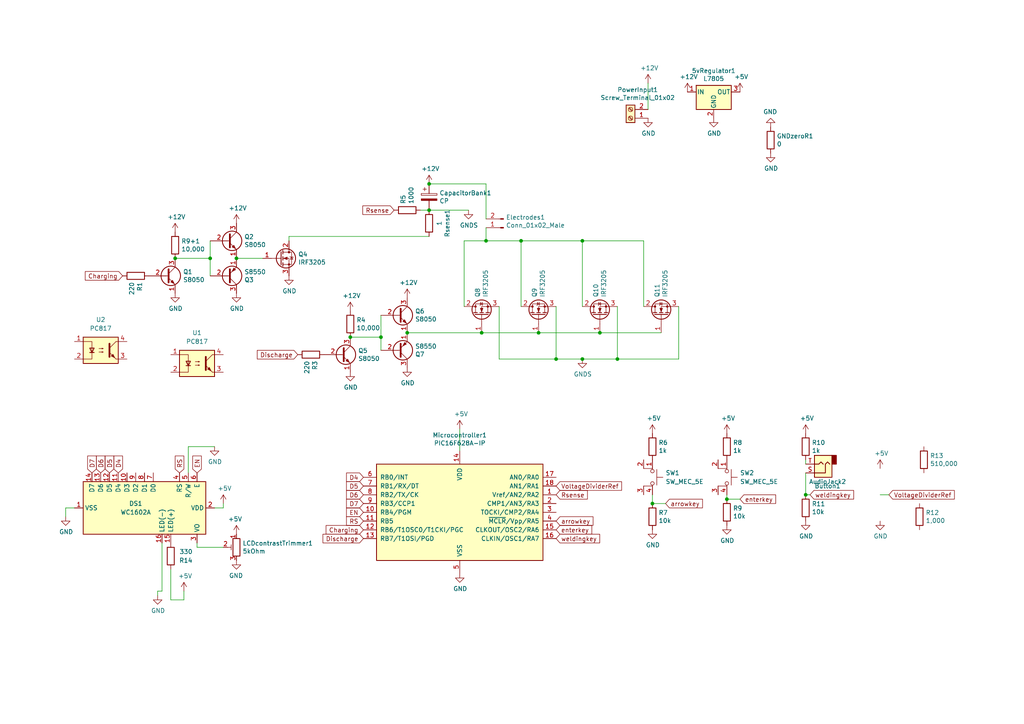
<source format=kicad_sch>
(kicad_sch (version 20230121) (generator eeschema)
  (paper "A4")
  (lib_symbols
    (symbol "Connector:Screw_Terminal_01x02" (pin_names (offset 1.016) hide)
      (property "Reference" "J" (at 0 2.54 0))
      (property "Value" "Screw_Terminal_01x02" (at 0 -5.08 0))
      (symbol "Screw_Terminal_01x02_1_1"
        (rectangle (start -1.27 1.27) (end 1.27 -3.81) (stroke (width 0.254)) (fill (type background)))
        (circle (center 0 -2.54) (radius 0.635) (stroke (width 0.1524)))
        (polyline (pts (xy -0.5334 -2.2098) (xy 0.3302 -3.048)) (stroke (width 0.1524)))
        (polyline (pts (xy -0.5334 0.3302) (xy 0.3302 -0.508)) (stroke (width 0.1524)))
        (polyline (pts (xy -0.3556 -2.032) (xy 0.508 -2.8702)) (stroke (width 0.1524)))
        (polyline (pts (xy -0.3556 0.508) (xy 0.508 -0.3302)) (stroke (width 0.1524)))
        (circle (center 0 0) (radius 0.635) (stroke (width 0.1524)))
        (pin passive line (at -5.08 0 0) (length 3.81) (name "Pin_1") (number "1"))
        (pin passive line (at -5.08 -2.54 0) (length 3.81) (name "Pin_2") (number "2"))
      )
    )
    (symbol "Device:R" (pin_numbers hide) (pin_names (offset 0))
      (property "Reference" "R" (at 2.032 0 90))
      (property "Value" "R" (at 0 0 90))
      (symbol "R_0_1"
        (rectangle (start -1.016 -2.54) (end 1.016 2.54) (stroke (width 0.254)))
      )
      (symbol "R_1_1"
        (pin passive line (at 0 3.81 270) (length 1.27) (name "~") (number "1"))
        (pin passive line (at 0 -3.81 90) (length 1.27) (name "~") (number "2"))
      )
    )
    (symbol "Display_Character:WC1602A"
      (property "Reference" "DS" (at -5.842 19.05 0))
      (property "Value" "WC1602A" (at 5.334 19.05 0))
      (symbol "WC1602A_1_1"
        (rectangle (start -7.62 17.78) (end 7.62 -17.78) (stroke (width 0.254)) (fill (type background)))
        (pin power_in line (at 0 -20.32 90) (length 2.54) (name "VSS") (number "1"))
        (pin input line (at -10.16 -5.08 0) (length 2.54) (name "D3") (number "10"))
        (pin input line (at -10.16 -7.62 0) (length 2.54) (name "D4") (number "11"))
        (pin input line (at -10.16 -10.16 0) (length 2.54) (name "D5") (number "12"))
        (pin input line (at -10.16 -12.7 0) (length 2.54) (name "D6") (number "13"))
        (pin input line (at -10.16 -15.24 0) (length 2.54) (name "D7") (number "14"))
        (pin power_in line (at 10.16 7.62 180) (length 2.54) (name "LED(+)") (number "15"))
        (pin power_in line (at 10.16 5.08 180) (length 2.54) (name "LED(-)") (number "16"))
        (pin power_in line (at 0 20.32 270) (length 2.54) (name "VDD") (number "2"))
        (pin input line (at 10.16 15.24 180) (length 2.54) (name "VO") (number "3"))
        (pin input line (at -10.16 10.16 0) (length 2.54) (name "RS") (number "4"))
        (pin input line (at -10.16 12.7 0) (length 2.54) (name "R/W") (number "5"))
        (pin input line (at -10.16 15.24 0) (length 2.54) (name "E") (number "6"))
        (pin input line (at -10.16 2.54 0) (length 2.54) (name "D0") (number "7"))
        (pin input line (at -10.16 0 0) (length 2.54) (name "D1") (number "8"))
        (pin input line (at -10.16 -2.54 0) (length 2.54) (name "D2") (number "9"))
      )
    )
    (symbol "Isolator:PC817" (pin_names (offset 1.016))
      (property "Reference" "U" (at -5.08 5.08 0))
      (property "Value" "PC817" (at 0 5.08 0))
      (symbol "PC817_0_1"
        (rectangle (start -5.08 3.81) (end 5.08 -3.81) (stroke (width 0.254)) (fill (type background)))
        (polyline (pts (xy -3.175 -0.635) (xy -1.905 -0.635)) (stroke (width 0.254)))
        (polyline (pts (xy 2.54 0.635) (xy 4.445 2.54)))
        (polyline (pts (xy 4.445 -2.54) (xy 2.54 -0.635)) (fill (type outline)))
        (polyline (pts (xy 4.445 -2.54) (xy 5.08 -2.54)))
        (polyline (pts (xy 4.445 2.54) (xy 5.08 2.54)))
        (polyline (pts (xy -5.08 2.54) (xy -2.54 2.54) (xy -2.54 -0.635)))
        (polyline (pts (xy -2.54 -0.635) (xy -2.54 -2.54) (xy -5.08 -2.54)))
        (polyline (pts (xy 2.54 1.905) (xy 2.54 -1.905) (xy 2.54 -1.905)) (stroke (width 0.508)))
        (polyline (pts (xy -2.54 -0.635) (xy -3.175 0.635) (xy -1.905 0.635) (xy -2.54 -0.635)) (stroke (width 0.254)))
        (polyline (pts (xy -0.508 -0.508) (xy 0.762 -0.508) (xy 0.381 -0.635) (xy 0.381 -0.381) (xy 0.762 -0.508)))
        (polyline (pts (xy -0.508 0.508) (xy 0.762 0.508) (xy 0.381 0.381) (xy 0.381 0.635) (xy 0.762 0.508)))
        (polyline (pts (xy 3.048 -1.651) (xy 3.556 -1.143) (xy 4.064 -2.159) (xy 3.048 -1.651) (xy 3.048 -1.651)) (fill (type outline)))
      )
      (symbol "PC817_1_1"
        (pin passive line (at -7.62 2.54 0) (length 2.54) (name "~") (number "1"))
        (pin passive line (at -7.62 -2.54 0) (length 2.54) (name "~") (number "2"))
        (pin passive line (at 7.62 -2.54 180) (length 2.54) (name "~") (number "3"))
        (pin passive line (at 7.62 2.54 180) (length 2.54) (name "~") (number "4"))
      )
    )
    (symbol "MCU_Microchip_PIC16:PIC16F628A-IP" (pin_names (offset 1.016))
      (property "Reference" "U" (at -24.13 17.78 0))
      (property "Value" "PIC16F628A-IP" (at -24.13 15.24 0))
      (symbol "PIC16F628A-IP_0_1"
        (rectangle (start 24.13 13.97) (end -24.13 -13.97) (stroke (width 0.254)) (fill (type background)))
      )
      (symbol "PIC16F628A-IP_1_1"
        (pin bidirectional line (at 27.94 5.08 180) (length 3.81) (name "Vref/AN2/RA2") (number "1"))
        (pin bidirectional line (at -27.94 0 0) (length 3.81) (name "RB4/PGM") (number "10"))
        (pin bidirectional line (at -27.94 -2.54 0) (length 3.81) (name "RB5") (number "11"))
        (pin bidirectional line (at -27.94 -5.08 0) (length 3.81) (name "RB6/T1OSC0/T1CKI/PGC") (number "12"))
        (pin bidirectional line (at -27.94 -7.62 0) (length 3.81) (name "RB7/T1OSI/PGD") (number "13"))
        (pin power_in line (at 0 17.78 270) (length 3.81) (name "VDD") (number "14"))
        (pin bidirectional line (at 27.94 -5.08 180) (length 3.81) (name "CLKOUT/OSC2/RA6") (number "15"))
        (pin bidirectional line (at 27.94 -7.62 180) (length 3.81) (name "CLKIN/OSC1/RA7") (number "16"))
        (pin bidirectional line (at 27.94 10.16 180) (length 3.81) (name "AN0/RA0") (number "17"))
        (pin bidirectional line (at 27.94 7.62 180) (length 3.81) (name "AN1/RA1") (number "18"))
        (pin bidirectional line (at 27.94 2.54 180) (length 3.81) (name "CMP1/AN3/RA3") (number "2"))
        (pin bidirectional line (at 27.94 0 180) (length 3.81) (name "TOCKI/CMP2/RA4") (number "3"))
        (pin input line (at 27.94 -2.54 180) (length 3.81) (name "~{MCLR}/Vpp/RA5") (number "4"))
        (pin power_in line (at 0 -17.78 90) (length 3.81) (name "VSS") (number "5"))
        (pin bidirectional line (at -27.94 10.16 0) (length 3.81) (name "RB0/INT") (number "6"))
        (pin bidirectional line (at -27.94 7.62 0) (length 3.81) (name "RB1/RX/DT") (number "7"))
        (pin bidirectional line (at -27.94 5.08 0) (length 3.81) (name "RB2/TX/CK") (number "8"))
        (pin bidirectional line (at -27.94 2.54 0) (length 3.81) (name "RB3/CCP1") (number "9"))
      )
    )
    (symbol "Regulator_Linear:L7805" (pin_names (offset 0.254))
      (property "Reference" "U" (at -3.81 3.175 0))
      (property "Value" "L7805" (at 0 3.175 0))
      (symbol "L7805_0_1"
        (rectangle (start -5.08 1.905) (end 5.08 -5.08) (stroke (width 0.254)) (fill (type background)))
      )
      (symbol "L7805_1_1"
        (pin power_in line (at -7.62 0 0) (length 2.54) (name "IN") (number "1"))
        (pin power_in line (at 0 -7.62 90) (length 2.54) (name "GND") (number "2"))
        (pin power_out line (at 7.62 0 180) (length 2.54) (name "OUT") (number "3"))
      )
    )
    (symbol "Switch:SW_MEC_5E" (pin_names (offset 1.016) hide)
      (property "Reference" "SW" (at 0.635 5.715 0))
      (property "Value" "SW_MEC_5E" (at 0 -3.175 0))
      (symbol "SW_MEC_5E_0_1"
        (circle (center -1.778 2.54) (radius 0.508))
        (polyline (pts (xy -2.286 3.81) (xy 2.286 3.81)))
        (polyline (pts (xy 0 3.81) (xy 0 5.588)))
        (polyline (pts (xy -2.54 0) (xy -2.54 2.54) (xy -2.286 2.54)))
        (polyline (pts (xy 2.54 0) (xy 2.54 2.54) (xy 2.286 2.54)))
        (circle (center 1.778 2.54) (radius 0.508))
        (pin passive line (at -5.08 2.54 0) (length 2.54) (name "1") (number "1"))
        (pin passive line (at -5.08 0 0) (length 2.54) (name "2") (number "2"))
        (pin passive line (at 5.08 0 180) (length 2.54) (name "K") (number "3"))
        (pin passive line (at 5.08 2.54 180) (length 2.54) (name "A") (number "4"))
      )
    )
    (symbol "Transistor_BJT:S8050" (pin_names (offset 0) hide)
      (property "Reference" "Q" (at 5.08 1.905 0))
      (property "Value" "S8050" (at 5.08 0 0))
      (symbol "S8050_0_1"
        (polyline (pts (xy 0 0) (xy 0.635 0)))
        (polyline (pts (xy 0.635 0.635) (xy 2.54 2.54)))
        (polyline (pts (xy 0.635 -0.635) (xy 2.54 -2.54) (xy 2.54 -2.54)))
        (polyline (pts (xy 0.635 1.905) (xy 0.635 -1.905) (xy 0.635 -1.905)) (stroke (width 0.508)))
        (polyline (pts (xy 1.27 -1.778) (xy 1.778 -1.27) (xy 2.286 -2.286) (xy 1.27 -1.778) (xy 1.27 -1.778)) (fill (type outline)))
        (circle (center 1.27 0) (radius 2.8194) (stroke (width 0.254)))
      )
      (symbol "S8050_1_1"
        (pin passive line (at 2.54 -5.08 90) (length 2.54) (name "E") (number "1"))
        (pin input line (at -5.08 0 0) (length 5.08) (name "B") (number "2"))
        (pin passive line (at 2.54 5.08 270) (length 2.54) (name "C") (number "3"))
      )
    )
    (symbol "Transistor_BJT:S8550" (pin_names (offset 0) hide)
      (property "Reference" "Q" (at 5.08 1.905 0))
      (property "Value" "S8550" (at 5.08 0 0))
      (symbol "S8550_0_1"
        (polyline (pts (xy 0 0) (xy 0.635 0)))
        (polyline (pts (xy 2.54 -2.54) (xy 0.635 -0.635)))
        (polyline (pts (xy 2.54 2.54) (xy 0.635 0.635)))
        (polyline (pts (xy 0.635 1.905) (xy 0.635 -1.905) (xy 0.635 -1.905)) (stroke (width 0.508)) (fill (type outline)))
        (polyline (pts (xy 1.778 -2.286) (xy 2.286 -1.778) (xy 1.27 -1.27) (xy 1.778 -2.286) (xy 1.778 -2.286)) (fill (type outline)))
        (circle (center 1.27 0) (radius 2.8194) (stroke (width 0.254)))
      )
      (symbol "S8550_1_1"
        (pin passive line (at 2.54 -5.08 90) (length 2.54) (name "E") (number "1"))
        (pin input line (at -5.08 0 0) (length 5.08) (name "B") (number "2"))
        (pin passive line (at 2.54 5.08 270) (length 2.54) (name "C") (number "3"))
      )
    )
    (symbol "Transistor_FET:IRF3205" (pin_names hide)
      (property "Reference" "Q" (at 6.35 1.905 0))
      (property "Value" "IRF3205" (at 6.35 0 0))
      (symbol "IRF3205_0_1"
        (polyline (pts (xy 0.254 0) (xy -2.54 0)))
        (polyline (pts (xy 0.254 1.905) (xy 0.254 -1.905)) (stroke (width 0.254)))
        (polyline (pts (xy 0.762 -1.27) (xy 0.762 -2.286)) (stroke (width 0.254)))
        (polyline (pts (xy 0.762 0.508) (xy 0.762 -0.508)) (stroke (width 0.254)))
        (polyline (pts (xy 0.762 2.286) (xy 0.762 1.27)) (stroke (width 0.254)))
        (polyline (pts (xy 2.54 2.54) (xy 2.54 1.778)))
        (polyline (pts (xy 2.54 -2.54) (xy 2.54 0) (xy 0.762 0)))
        (polyline (pts (xy 0.762 -1.778) (xy 3.302 -1.778) (xy 3.302 1.778) (xy 0.762 1.778)))
        (polyline (pts (xy 1.016 0) (xy 2.032 0.381) (xy 2.032 -0.381) (xy 1.016 0)) (fill (type outline)))
        (polyline (pts (xy 2.794 0.508) (xy 2.921 0.381) (xy 3.683 0.381) (xy 3.81 0.254)))
        (polyline (pts (xy 3.302 0.381) (xy 2.921 -0.254) (xy 3.683 -0.254) (xy 3.302 0.381)))
        (circle (center 1.651 0) (radius 2.794) (stroke (width 0.254)))
        (circle (center 2.54 -1.778) (radius 0.254) (fill (type outline)))
        (circle (center 2.54 1.778) (radius 0.254) (fill (type outline)))
      )
      (symbol "IRF3205_1_1"
        (pin input line (at -5.08 0 0) (length 2.54) (name "G") (number "1"))
        (pin passive line (at 2.54 5.08 270) (length 2.54) (name "D") (number "2"))
        (pin passive line (at 2.54 -5.08 90) (length 2.54) (name "S") (number "3"))
      )
    )
    (symbol "circuit-rescue:AudioJack2-Connector"
      (property "Reference" "J" (at 0 8.89 0))
      (property "Value" "Connector_AudioJack2" (at 0 6.35 0))
      (symbol "AudioJack2-Connector_0_1"
        (rectangle (start -3.81 0) (end -2.54 -2.54) (stroke (width 0.254)) (fill (type outline)))
        (rectangle (start -2.54 3.81) (end 2.54 -2.54) (stroke (width 0.254)) (fill (type background)))
        (polyline (pts (xy 0 0) (xy 0.635 -0.635) (xy 1.27 0) (xy 2.54 0)) (stroke (width 0.254)))
        (polyline (pts (xy 2.54 2.54) (xy -0.635 2.54) (xy -0.635 0) (xy -1.27 -0.635) (xy -1.905 0)) (stroke (width 0.254)))
      )
      (symbol "AudioJack2-Connector_1_1"
        (pin passive line (at 5.08 2.54 180) (length 2.54) (name "~") (number "S"))
        (pin passive line (at 5.08 0 180) (length 2.54) (name "~") (number "T"))
      )
    )
    (symbol "circuit-rescue:CP-Device" (pin_numbers hide) (pin_names (offset 0.254))
      (property "Reference" "C" (at 0.635 2.54 0))
      (property "Value" "Device_CP" (at 0.635 -2.54 0))
      (symbol "CP-Device_0_1"
        (rectangle (start -2.286 0.508) (end 2.286 1.016))
        (polyline (pts (xy -1.778 2.286) (xy -0.762 2.286)))
        (polyline (pts (xy -1.27 2.794) (xy -1.27 1.778)))
        (rectangle (start 2.286 -0.508) (end -2.286 -1.016) (fill (type outline)))
      )
      (symbol "CP-Device_1_1"
        (pin passive line (at 0 3.81 270) (length 2.794) (name "~") (number "1"))
        (pin passive line (at 0 -3.81 90) (length 2.794) (name "~") (number "2"))
      )
    )
    (symbol "circuit-rescue:Conn_01x02_Male-Connector" (pin_names (offset 1.016) hide)
      (property "Reference" "J" (at 0 2.54 0))
      (property "Value" "Connector_Conn_01x02_Male" (at 0 -5.08 0))
      (symbol "Conn_01x02_Male-Connector_1_1"
        (polyline (pts (xy 1.27 -2.54) (xy 0.8636 -2.54)) (stroke (width 0.1524)))
        (polyline (pts (xy 1.27 0) (xy 0.8636 0)) (stroke (width 0.1524)))
        (rectangle (start 0.8636 -2.413) (end 0 -2.667) (stroke (width 0.1524)) (fill (type outline)))
        (rectangle (start 0.8636 0.127) (end 0 -0.127) (stroke (width 0.1524)) (fill (type outline)))
        (pin passive line (at 5.08 0 180) (length 3.81) (name "Pin_1") (number "1"))
        (pin passive line (at 5.08 -2.54 180) (length 3.81) (name "Pin_2") (number "2"))
      )
    )
    (symbol "circuit-rescue:R_POT_TRIM-Device" (pin_names (offset 1.016) hide)
      (property "Reference" "RV" (at -4.445 0 90))
      (property "Value" "Device_R_POT_TRIM" (at -2.54 0 90))
      (symbol "R_POT_TRIM-Device_0_1"
        (polyline (pts (xy 1.524 0.762) (xy 1.524 -0.762)))
        (polyline (pts (xy 2.54 0) (xy 1.524 0)))
        (rectangle (start 1.016 2.54) (end -1.016 -2.54) (stroke (width 0.254)))
      )
      (symbol "R_POT_TRIM-Device_1_1"
        (pin passive line (at 0 3.81 270) (length 1.27) (name "1") (number "1"))
        (pin passive line (at 3.81 0 180) (length 1.27) (name "2") (number "2"))
        (pin passive line (at 0 -3.81 90) (length 1.27) (name "3") (number "3"))
      )
    )
    (symbol "power:+12V" (power) (pin_names (offset 0))
      (property "Value" "+12V" (at 0 3.556 0))
      (symbol "+12V_0_1"
        (polyline (pts (xy -0.762 1.27) (xy 0 2.54)))
        (polyline (pts (xy 0 0) (xy 0 2.54)))
        (polyline (pts (xy 0 2.54) (xy 0.762 1.27)))
      )
      (symbol "+12V_1_1"
        (pin power_in line (at 0 0 90) (length 0) hide (name "+12V") (number "1"))
      )
    )
    (symbol "power:+5V" (power) (pin_names (offset 0))
      (property "Value" "+5V" (at 0 3.556 0))
      (symbol "+5V_0_1"
        (polyline (pts (xy -0.762 1.27) (xy 0 2.54)))
        (polyline (pts (xy 0 0) (xy 0 2.54)))
        (polyline (pts (xy 0 2.54) (xy 0.762 1.27)))
      )
      (symbol "+5V_1_1"
        (pin power_in line (at 0 0 90) (length 0) hide (name "+5V") (number "1"))
      )
    )
    (symbol "power:GND" (power) (pin_names (offset 0))
      (property "Value" "GND" (at 0 -3.81 0))
      (symbol "GND_0_1"
        (polyline (pts (xy 0 0) (xy 0 -1.27) (xy 1.27 -1.27) (xy 0 -2.54) (xy -1.27 -1.27) (xy 0 -1.27)))
      )
      (symbol "GND_1_1"
        (pin power_in line (at 0 0 270) (length 0) hide (name "GND") (number "1"))
      )
    )
    (symbol "power:GNDS" (power) (pin_names (offset 0))
      (property "Value" "GNDS" (at 0 -3.81 0))
      (symbol "GNDS_0_1"
        (polyline (pts (xy 0 0) (xy 0 -1.27) (xy 1.27 -1.27) (xy 0 -2.54) (xy -1.27 -1.27) (xy 0 -1.27)))
      )
      (symbol "GNDS_1_1"
        (pin power_in line (at 0 0 270) (length 0) hide (name "GNDS") (number "1"))
      )
    )
  )
  (junction (at 151.13 69.85))
  (junction (at 139.7 96.52))
  (junction (at 233.68 143.51))
  (junction (at 168.91 69.85))
  (junction (at 173.99 96.52))
  (junction (at 168.91 104.14))
  (junction (at 50.8 74.93))
  (junction (at 124.46 60.96))
  (junction (at 101.6 97.79))
  (junction (at 189.23 146.05))
  (junction (at 156.21 96.52))
  (junction (at 210.82 144.78))
  (junction (at 60.96 74.93))
  (junction (at 161.29 104.14))
  (junction (at 124.46 53.34))
  (junction (at 140.97 69.85))
  (junction (at 68.58 74.93))
  (junction (at 110.49 97.79))
  (junction (at 118.11 96.52))
  (junction (at 179.07 104.14))
  (wire (pts (xy 144.78 88.9) (xy 144.78 104.14)))
  (wire (pts (xy 110.49 97.79) (xy 101.6 97.79)))
  (wire (pts (xy 133.35 124.46) (xy 133.35 130.81)))
  (wire (pts (xy 60.96 74.93) (xy 60.96 80.01)))
  (wire (pts (xy 121.92 60.96) (xy 124.46 60.96)))
  (wire (pts (xy 233.68 137.16) (xy 233.68 143.51)))
  (wire (pts (xy 19.05 149.86) (xy 19.05 147.32)))
  (wire (pts (xy 53.34 173.99) (xy 53.34 171.45)))
  (wire (pts (xy 110.49 97.79) (xy 110.49 101.6)))
  (wire (pts (xy 193.04 146.05) (xy 189.23 146.05)))
  (wire (pts (xy 189.23 143.51) (xy 189.23 146.05)))
  (wire (pts (xy 151.13 69.85) (xy 168.91 69.85)))
  (wire (pts (xy 50.8 74.93) (xy 60.96 74.93)))
  (wire (pts (xy 118.11 96.52) (xy 139.7 96.52)))
  (wire (pts (xy 76.2 74.93) (xy 68.58 74.93)))
  (wire (pts (xy 140.97 69.85) (xy 151.13 69.85)))
  (wire (pts (xy 134.62 69.85) (xy 140.97 69.85)))
  (wire (pts (xy 19.05 147.32) (xy 21.59 147.32)))
  (wire (pts (xy 196.85 104.14) (xy 179.07 104.14)))
  (wire (pts (xy 45.72 172.72) (xy 45.72 171.45)))
  (wire (pts (xy 234.95 143.51) (xy 233.68 143.51)))
  (wire (pts (xy 144.78 104.14) (xy 161.29 104.14)))
  (wire (pts (xy 49.53 165.1) (xy 49.53 173.99)))
  (wire (pts (xy 124.46 68.58) (xy 83.82 68.58)))
  (wire (pts (xy 124.46 60.96) (xy 135.89 60.96)))
  (wire (pts (xy 60.96 69.85) (xy 60.96 74.93)))
  (wire (pts (xy 161.29 88.9) (xy 161.29 104.14)))
  (wire (pts (xy 214.63 144.78) (xy 210.82 144.78)))
  (wire (pts (xy 179.07 88.9) (xy 179.07 104.14)))
  (wire (pts (xy 49.53 173.99) (xy 53.34 173.99)))
  (wire (pts (xy 161.29 104.14) (xy 168.91 104.14)))
  (wire (pts (xy 64.77 147.32) (xy 62.23 147.32)))
  (wire (pts (xy 110.49 91.44) (xy 110.49 97.79)))
  (wire (pts (xy 45.72 171.45) (xy 46.99 171.45)))
  (wire (pts (xy 124.46 53.34) (xy 140.97 53.34)))
  (wire (pts (xy 210.82 143.51) (xy 210.82 144.78)))
  (wire (pts (xy 134.62 88.9) (xy 134.62 69.85)))
  (wire (pts (xy 57.15 158.75) (xy 57.15 157.48)))
  (wire (pts (xy 46.99 157.48) (xy 46.99 171.45)))
  (wire (pts (xy 156.21 96.52) (xy 173.99 96.52)))
  (wire (pts (xy 140.97 53.34) (xy 140.97 63.5)))
  (wire (pts (xy 173.99 96.52) (xy 191.77 96.52)))
  (wire (pts (xy 64.77 146.05) (xy 64.77 147.32)))
  (wire (pts (xy 139.7 96.52) (xy 156.21 96.52)))
  (wire (pts (xy 179.07 104.14) (xy 168.91 104.14)))
  (wire (pts (xy 186.69 88.9) (xy 186.69 69.85)))
  (wire (pts (xy 140.97 69.85) (xy 140.97 66.04)))
  (wire (pts (xy 168.91 88.9) (xy 168.91 69.85)))
  (wire (pts (xy 168.91 69.85) (xy 186.69 69.85)))
  (wire (pts (xy 233.68 133.35) (xy 233.68 134.62)))
  (wire (pts (xy 196.85 88.9) (xy 196.85 104.14)))
  (wire (pts (xy 83.82 68.58) (xy 83.82 69.85)))
  (wire (pts (xy 187.96 24.13) (xy 187.96 31.75)))
  (wire (pts (xy 54.61 129.54) (xy 62.23 129.54)))
  (wire (pts (xy 151.13 88.9) (xy 151.13 69.85)))
  (wire (pts (xy 54.61 137.16) (xy 54.61 129.54)))
  (wire (pts (xy 64.77 158.75) (xy 57.15 158.75)))
  (wire (pts (xy 257.81 143.51) (xy 255.27 143.51)))
  (global_label "Discharge" (shape input) (at 86.36 102.87 180) (property "Intersheetrefs" "${INTERSHEET_REFS}" (effects hide)))
  (global_label "weldingkey" (shape input) (at 161.29 156.21 0) (property "Intersheetrefs" "${INTERSHEET_REFS}" (effects hide)))
  (global_label "D5" (shape input) (at 105.41 140.97 180) (property "Intersheetrefs" "${INTERSHEET_REFS}" (effects hide)))
  (global_label "weldingkey" (shape input) (at 234.95 143.51 0) (property "Intersheetrefs" "${INTERSHEET_REFS}" (effects hide)))
  (global_label "D6" (shape input) (at 105.41 143.51 180) (property "Intersheetrefs" "${INTERSHEET_REFS}" (effects hide)))
  (global_label "D7" (shape input) (at 105.41 146.05 180) (property "Intersheetrefs" "${INTERSHEET_REFS}" (effects hide)))
  (global_label "VoltageDividerRef" (shape input) (at 257.81 143.51 0) (property "Intersheetrefs" "${INTERSHEET_REFS}" (effects hide)))
  (global_label "D4" (shape input) (at 34.29 137.16 90) (property "Intersheetrefs" "${INTERSHEET_REFS}" (effects hide)))
  (global_label "Charging" (shape input) (at 35.56 80.01 180) (property "Intersheetrefs" "${INTERSHEET_REFS}" (effects hide)))
  (global_label "D7" (shape input) (at 26.67 137.16 90) (property "Intersheetrefs" "${INTERSHEET_REFS}" (effects hide)))
  (global_label "D4" (shape input) (at 105.41 138.43 180) (property "Intersheetrefs" "${INTERSHEET_REFS}" (effects hide)))
  (global_label "arrowkey" (shape input) (at 161.29 151.13 0) (property "Intersheetrefs" "${INTERSHEET_REFS}" (effects hide)))
  (global_label "EN" (shape input) (at 57.15 137.16 90) (property "Intersheetrefs" "${INTERSHEET_REFS}" (effects hide)))
  (global_label "Discharge" (shape input) (at 105.41 156.21 180) (property "Intersheetrefs" "${INTERSHEET_REFS}" (effects hide)))
  (global_label "RS" (shape input) (at 52.07 137.16 90) (property "Intersheetrefs" "${INTERSHEET_REFS}" (effects hide)))
  (global_label "enterkey" (shape input) (at 214.63 144.78 0) (property "Intersheetrefs" "${INTERSHEET_REFS}" (effects hide)))
  (global_label "Charging" (shape input) (at 105.41 153.67 180) (property "Intersheetrefs" "${INTERSHEET_REFS}" (effects hide)))
  (global_label "arrowkey" (shape input) (at 193.04 146.05 0) (property "Intersheetrefs" "${INTERSHEET_REFS}" (effects hide)))
  (global_label "RS" (shape input) (at 105.41 151.13 180) (property "Intersheetrefs" "${INTERSHEET_REFS}" (effects hide)))
  (global_label "EN" (shape input) (at 105.41 148.59 180) (property "Intersheetrefs" "${INTERSHEET_REFS}" (effects hide)))
  (global_label "enterkey" (shape input) (at 161.29 153.67 0) (property "Intersheetrefs" "${INTERSHEET_REFS}" (effects hide)))
  (global_label "D5" (shape input) (at 31.75 137.16 90) (property "Intersheetrefs" "${INTERSHEET_REFS}" (effects hide)))
  (global_label "Rsense" (shape input) (at 114.3 60.96 180) (property "Intersheetrefs" "${INTERSHEET_REFS}" (effects hide)))
  (global_label "D6" (shape input) (at 29.21 137.16 90) (property "Intersheetrefs" "${INTERSHEET_REFS}" (effects hide)))
  (global_label "Rsense" (shape input) (at 161.29 143.51 0) (property "Intersheetrefs" "${INTERSHEET_REFS}" (effects hide)))
  (global_label "VoltageDividerRef" (shape input) (at 161.29 140.97 0) (property "Intersheetrefs" "${INTERSHEET_REFS}" (effects hide)))
  (symbol (lib_id "power:GND") (at 255.27 151.13 0) (unit 1)
    (property "Reference" "#PWR036" (effects hide))
    (property "Value" "GND" (at 255.397 155.5242 0))
  )
  (symbol (lib_id "Connector:Screw_Terminal_01x02") (at 182.88 34.29 180) (unit 1)
    (property "Reference" "PowerInput1" (at 184.9628 26.035 0))
    (property "Value" "Screw_Terminal_01x02" (at 184.9628 28.3464 0))
    (property "Footprint" "TerminalBlock:TerminalBlock_bornier-2_P5.08mm" (effects hide))
  )
  (symbol (lib_id "power:+5V") (at 68.58 154.94 0) (mirror y) (unit 1)
    (property "Reference" "#PWR01" (effects hide))
    (property "Value" "+5V" (at 68.199 150.5458 0))
  )
  (symbol (lib_id "Transistor_FET:IRF3205") (at 156.21 91.44 90) (unit 1)
    (property "Reference" "Q9" (at 155.0416 86.233 0) (effects (justify left)))
    (property "Value" "IRF3205" (at 157.353 86.233 0) (effects (justify left)))
    (property "Footprint" "Package_TO_SOT_THT:TO-220-3_Vertical" (effects hide))
    (property "Datasheet" "http://www.irf.com/product-info/datasheets/data/irf3205.pdf" (effects hide))
  )
  (symbol (lib_id "power:+12V") (at 68.58 64.77 0) (unit 1)
    (property "Reference" "#PWR08" (effects hide))
    (property "Value" "+12V" (at 68.961 60.3758 0))
  )
  (symbol (lib_id "power:+5V") (at 233.68 125.73 0) (unit 1)
    (property "Reference" "#PWR033" (effects hide))
    (property "Value" "+5V" (at 234.061 121.3358 0))
  )
  (symbol (lib_id "Device:R") (at 223.52 40.64 0) (unit 1)
    (property "Reference" "GNDzeroR1" (at 225.298 39.4716 0) (effects (justify left)))
    (property "Value" "0" (at 225.298 41.783 0) (effects (justify left)))
    (property "Footprint" "Resistor_THT:R_Axial_DIN0207_L6.3mm_D2.5mm_P7.62mm_Horizontal" (effects hide))
  )
  (symbol (lib_id "Transistor_FET:IRF3205") (at 173.99 91.44 90) (unit 1)
    (property "Reference" "Q10" (at 172.8216 86.233 0) (effects (justify left)))
    (property "Value" "IRF3205" (at 175.133 86.233 0) (effects (justify left)))
    (property "Footprint" "Package_TO_SOT_THT:TO-220-3_Vertical" (effects hide))
    (property "Datasheet" "http://www.irf.com/product-info/datasheets/data/irf3205.pdf" (effects hide))
  )
  (symbol (lib_id "Device:R") (at 101.6 93.98 0) (unit 1)
    (property "Reference" "R4" (at 103.378 92.8116 0) (effects (justify left)))
    (property "Value" "10,000" (at 103.378 95.123 0) (effects (justify left)))
    (property "Footprint" "Resistor_THT:R_Axial_DIN0207_L6.3mm_D2.5mm_P7.62mm_Horizontal" (effects hide))
  )
  (symbol (lib_id "Regulator_Linear:L7805") (at 207.01 26.67 0) (unit 1)
    (property "Reference" "5vRegulator1" (at 207.01 20.5232 0))
    (property "Value" "L7805" (at 207.01 22.8346 0))
    (property "Footprint" "Package_TO_SOT_THT:TO-220-3_Vertical" (effects hide))
    (property "Datasheet" "http://www.st.com/content/ccc/resource/technical/document/datasheet/41/4f/b3/b0/12/d4/47/88/CD00000444.pdf/files/CD00000444.pdf/jcr:content/translations/en.CD00000444.pdf" (effects hide))
  )
  (symbol (lib_id "power:+12V") (at 118.11 86.36 0) (unit 1)
    (property "Reference" "#PWR015" (effects hide))
    (property "Value" "+12V" (at 118.491 81.9658 0))
  )
  (symbol (lib_id "Device:R") (at 210.82 129.54 0) (unit 1)
    (property "Reference" "R8" (at 212.598 128.3716 0) (effects (justify left)))
    (property "Value" "1k" (at 212.598 130.683 0) (effects (justify left)))
    (property "Footprint" "Resistor_THT:R_Axial_DIN0207_L6.3mm_D2.5mm_P7.62mm_Horizontal" (effects hide))
  )
  (symbol (lib_id "Device:R") (at 50.8 71.12 0) (unit 1)
    (property "Reference" "R9+1" (at 52.578 69.9516 0) (effects (justify left)))
    (property "Value" "10,000" (at 52.578 72.263 0) (effects (justify left)))
    (property "Footprint" "Resistor_THT:R_Axial_DIN0207_L6.3mm_D2.5mm_P7.62mm_Horizontal" (effects hide))
  )
  (symbol (lib_id "power:GND") (at 223.52 36.83 180) (unit 1)
    (property "Reference" "#PWR031" (effects hide))
    (property "Value" "GND" (at 223.393 32.4358 0))
  )
  (symbol (lib_id "Display_Character:WC1602A") (at 41.91 147.32 270) (unit 1)
    (property "Reference" "DS1" (at 39.37 146.05 90))
    (property "Value" "WC1602A" (at 39.37 148.59 90))
    (property "Footprint" "Display:WC1602A" (effects hide))
    (property "Datasheet" "http://www.wincomlcd.com/pdf/WC1602A-SFYLYHTC06.pdf" (effects hide))
  )
  (symbol (lib_id "Device:R") (at 267.97 133.35 0) (unit 1)
    (property "Reference" "R13" (at 269.748 132.1816 0) (effects (justify left)))
    (property "Value" "510,000" (at 269.748 134.493 0) (effects (justify left)))
    (property "Footprint" "Resistor_THT:R_Axial_DIN0207_L6.3mm_D2.5mm_P7.62mm_Horizontal" (effects hide))
  )
  (symbol (lib_id "Device:R") (at 233.68 147.32 0) (unit 1)
    (property "Reference" "R11" (at 235.458 146.1516 0) (effects (justify left)))
    (property "Value" "10k" (at 235.458 148.463 0) (effects (justify left)))
    (property "Footprint" "Resistor_THT:R_Axial_DIN0207_L6.3mm_D2.5mm_P7.62mm_Horizontal" (effects hide))
  )
  (symbol (lib_id "Transistor_BJT:S8050") (at 66.04 69.85 0) (unit 1)
    (property "Reference" "Q2" (at 70.866 68.6816 0) (effects (justify left)))
    (property "Value" "S8050" (at 70.866 70.993 0) (effects (justify left)))
    (property "Footprint" "Package_TO_SOT_THT:TO-92_Inline" (effects hide))
    (property "Datasheet" "http://www.unisonic.com.tw/datasheet/S8050.pdf" (effects hide))
  )
  (symbol (lib_id "Isolator:PC817") (at 57.15 105.41 0) (unit 1)
    (property "Reference" "U1" (at 57.15 96.52 0))
    (property "Value" "PC817" (at 57.15 99.06 0))
    (property "Footprint" "Package_DIP:DIP-4_W7.62mm" (effects hide))
    (property "Datasheet" "http://www.soselectronic.cz/a_info/resource/d/pc817.pdf" (effects hide))
  )
  (symbol (lib_id "power:GND") (at 68.58 162.56 0) (mirror y) (unit 1)
    (property "Reference" "#PWR02" (effects hide))
    (property "Value" "GND" (at 68.453 166.9542 0))
  )
  (symbol (lib_id "Device:R") (at 49.53 161.29 180) (unit 1)
    (property "Reference" "R14" (at 55.88 162.56 0) (effects (justify left)))
    (property "Value" "330" (at 55.88 160.02 0) (effects (justify left)))
    (property "Footprint" "Resistor_THT:R_Axial_DIN0207_L6.3mm_D2.5mm_P7.62mm_Horizontal" (effects hide))
  )
  (symbol (lib_id "Device:R") (at 266.7 149.86 0) (unit 1)
    (property "Reference" "R12" (at 268.478 148.6916 0) (effects (justify left)))
    (property "Value" "1,000" (at 268.478 151.003 0) (effects (justify left)))
    (property "Footprint" "Resistor_THT:R_Axial_DIN0207_L6.3mm_D2.5mm_P7.62mm_Horizontal" (effects hide))
  )
  (symbol (lib_id "Device:R") (at 39.37 80.01 270) (unit 1)
    (property "Reference" "R1" (at 40.5384 81.788 0) (effects (justify left)))
    (property "Value" "220" (at 38.227 81.788 0) (effects (justify left)))
    (property "Footprint" "Resistor_THT:R_Axial_DIN0207_L6.3mm_D2.5mm_P7.62mm_Horizontal" (effects hide))
  )
  (symbol (lib_id "power:+5V") (at 255.27 135.89 0) (unit 1)
    (property "Reference" "#PWR035" (effects hide))
    (property "Value" "+5V" (at 255.651 131.4958 0))
  )
  (symbol (lib_id "Switch:SW_MEC_5E") (at 186.69 138.43 270) (unit 1)
    (property "Reference" "SW1" (at 193.04 137.16 90) (effects (justify left)))
    (property "Value" "SW_MEC_5E" (at 193.04 139.7 90) (effects (justify left)))
    (property "Footprint" "Button_Switch_THT:SW_PUSH-12mm" (effects hide))
    (property "Datasheet" "http://www.apem.com/int/index.php?controller=attachment&id_attachment=1371" (effects hide))
  )
  (symbol (lib_id "Device:R") (at 189.23 149.86 0) (unit 1)
    (property "Reference" "R7" (at 191.008 148.6916 0) (effects (justify left)))
    (property "Value" "10k" (at 191.008 151.003 0) (effects (justify left)))
    (property "Footprint" "Resistor_THT:R_Axial_DIN0207_L6.3mm_D2.5mm_P7.62mm_Horizontal" (effects hide))
  )
  (symbol (lib_id "power:GND") (at 101.6 107.95 0) (unit 1)
    (property "Reference" "#PWR014" (effects hide))
    (property "Value" "GND" (at 101.727 112.3442 0))
  )
  (symbol (lib_id "Transistor_BJT:S8050") (at 99.06 102.87 0) (unit 1)
    (property "Reference" "Q5" (at 103.886 101.7016 0) (effects (justify left)))
    (property "Value" "S8050" (at 103.886 104.013 0) (effects (justify left)))
    (property "Footprint" "Package_TO_SOT_THT:TO-92_Inline" (effects hide))
    (property "Datasheet" "http://www.unisonic.com.tw/datasheet/S8050.pdf" (effects hide))
  )
  (symbol (lib_id "circuit-rescue:R_POT_TRIM-Device") (at 68.58 158.75 0) (mirror y) (unit 1)
    (property "Reference" "LCDcontrastTrimmer1" (at 70.358 157.5816 0) (effects (justify right)))
    (property "Value" "5kOhm" (at 70.358 159.893 0) (effects (justify right)))
    (property "Footprint" "trimmer:trimmerEVND8A" (effects hide))
  )
  (symbol (lib_id "Transistor_BJT:S8050") (at 115.57 91.44 0) (unit 1)
    (property "Reference" "Q6" (at 120.396 90.2716 0) (effects (justify left)))
    (property "Value" "S8050" (at 120.396 92.583 0) (effects (justify left)))
    (property "Footprint" "Package_TO_SOT_THT:TO-92_Inline" (effects hide))
    (property "Datasheet" "http://www.unisonic.com.tw/datasheet/S8050.pdf" (effects hide))
  )
  (symbol (lib_id "power:GND") (at 83.82 80.01 0) (unit 1)
    (property "Reference" "#PWR012" (effects hide))
    (property "Value" "GND" (at 83.947 84.4042 0))
  )
  (symbol (lib_id "Device:R") (at 118.11 60.96 90) (unit 1)
    (property "Reference" "R5" (at 116.9416 59.182 0) (effects (justify left)))
    (property "Value" "1000" (at 119.253 59.182 0) (effects (justify left)))
    (property "Footprint" "Resistor_THT:R_Axial_DIN0207_L6.3mm_D2.5mm_P7.62mm_Horizontal" (effects hide))
  )
  (symbol (lib_id "power:GND") (at 189.23 153.67 0) (unit 1)
    (property "Reference" "#PWR025" (effects hide))
    (property "Value" "GND" (at 189.357 158.0642 0))
  )
  (symbol (lib_id "power:+12V") (at 187.96 24.13 0) (unit 1)
    (property "Reference" "#PWR022" (effects hide))
    (property "Value" "+12V" (at 188.341 19.7358 0))
  )
  (symbol (lib_id "Device:R") (at 189.23 129.54 0) (unit 1)
    (property "Reference" "R6" (at 191.008 128.3716 0) (effects (justify left)))
    (property "Value" "1k" (at 191.008 130.683 0) (effects (justify left)))
    (property "Footprint" "Resistor_THT:R_Axial_DIN0207_L6.3mm_D2.5mm_P7.62mm_Horizontal" (effects hide))
  )
  (symbol (lib_id "Device:R") (at 90.17 102.87 270) (unit 1)
    (property "Reference" "R3" (at 91.3384 104.648 0) (effects (justify left)))
    (property "Value" "220" (at 89.027 104.648 0) (effects (justify left)))
    (property "Footprint" "Resistor_THT:R_Axial_DIN0207_L6.3mm_D2.5mm_P7.62mm_Horizontal" (effects hide))
  )
  (symbol (lib_id "circuit-rescue:Conn_01x02_Male-Connector") (at 146.05 66.04 180) (unit 1)
    (property "Reference" "Electrodes1" (at 146.7612 63.0428 0) (effects (justify right)))
    (property "Value" "Conn_01x02_Male" (at 146.7612 65.3542 0) (effects (justify right)))
    (property "Footprint" "TerminalBlock:TerminalBlock_bornier-2_P5.08mm" (effects hide))
  )
  (symbol (lib_id "circuit-rescue:CP-Device") (at 124.46 57.15 0) (unit 1)
    (property "Reference" "CapacitorBank1" (at 127.4572 55.9816 0) (effects (justify left)))
    (property "Value" "CP" (at 127.4572 58.293 0) (effects (justify left)))
    (property "Footprint" "TerminalBlock:TerminalBlock_bornier-2_P5.08mm" (effects hide))
  )
  (symbol (lib_id "Transistor_BJT:S8050") (at 48.26 80.01 0) (unit 1)
    (property "Reference" "Q1" (at 53.086 78.8416 0) (effects (justify left)))
    (property "Value" "S8050" (at 53.086 81.153 0) (effects (justify left)))
    (property "Footprint" "Package_TO_SOT_THT:TO-92_Inline" (effects hide))
    (property "Datasheet" "http://www.unisonic.com.tw/datasheet/S8050.pdf" (effects hide))
  )
  (symbol (lib_id "power:+12V") (at 101.6 90.17 0) (unit 1)
    (property "Reference" "#PWR013" (effects hide))
    (property "Value" "+12V" (at 101.981 85.7758 0))
  )
  (symbol (lib_id "power:+5V") (at 189.23 125.73 0) (unit 1)
    (property "Reference" "#PWR024" (effects hide))
    (property "Value" "+5V" (at 189.611 121.3358 0))
  )
  (symbol (lib_id "power:GND") (at 187.96 34.29 0) (unit 1)
    (property "Reference" "#PWR023" (effects hide))
    (property "Value" "GND" (at 188.087 38.6842 0))
  )
  (symbol (lib_id "circuit-rescue:AudioJack2-Connector") (at 238.76 134.62 180) (unit 1)
    (property "Reference" "Button1" (at 240.03 140.97 0))
    (property "Value" "AudioJack2" (at 240.03 139.7 0))
    (property "Footprint" "Connector_Audio:Jack_3.5mm_CUI_SJ-3523-SMT_Horizontal" (effects hide))
  )
  (symbol (lib_id "Isolator:PC817") (at 29.21 101.6 0) (unit 1)
    (property "Reference" "U2" (at 29.21 92.71 0))
    (property "Value" "PC817" (at 29.21 95.25 0))
    (property "Footprint" "Package_DIP:DIP-4_W7.62mm" (effects hide))
    (property "Datasheet" "http://www.soselectronic.cz/a_info/resource/d/pc817.pdf" (effects hide))
  )
  (symbol (lib_id "Device:R") (at 124.46 64.77 180) (unit 1)
    (property "Reference" "Rsense1" (at 129.7178 64.77 90))
    (property "Value" "1" (at 127.4064 64.77 90))
    (property "Footprint" "Resistor_THT:R_Axial_Power_L25.0mm_W9.0mm_P27.94mm" (effects hide))
  )
  (symbol (lib_id "Device:R") (at 210.82 148.59 0) (unit 1)
    (property "Reference" "R9" (at 212.598 147.4216 0) (effects (justify left)))
    (property "Value" "10k" (at 212.598 149.733 0) (effects (justify left)))
    (property "Footprint" "Resistor_THT:R_Axial_DIN0207_L6.3mm_D2.5mm_P7.62mm_Horizontal" (effects hide))
  )
  (symbol (lib_id "power:+12V") (at 50.8 67.31 0) (unit 1)
    (property "Reference" "#PWR05" (effects hide))
    (property "Value" "+12V" (at 51.181 62.9158 0))
  )
  (symbol (lib_id "power:GND") (at 207.01 34.29 0) (unit 1)
    (property "Reference" "#PWR027" (effects hide))
    (property "Value" "GND" (at 207.137 38.6842 0))
  )
  (symbol (lib_id "power:GND") (at 62.23 129.54 0) (unit 1)
    (property "Reference" "#PWR041" (effects hide))
    (property "Value" "GND" (at 62.357 133.9342 0))
  )
  (symbol (lib_id "Transistor_BJT:S8550") (at 66.04 80.01 0) (mirror x) (unit 1)
    (property "Reference" "Q3" (at 70.866 81.1784 0) (effects (justify left)))
    (property "Value" "S8550" (at 70.866 78.867 0) (effects (justify left)))
    (property "Footprint" "Package_TO_SOT_THT:TO-92_Inline" (effects hide))
    (property "Datasheet" "http://www.unisonic.com.tw/datasheet/S8550.pdf" (effects hide))
  )
  (symbol (lib_id "power:+12V") (at 199.39 26.67 0) (unit 1)
    (property "Reference" "#PWR026" (effects hide))
    (property "Value" "+12V" (at 199.771 22.2758 0))
  )
  (symbol (lib_id "power:GND") (at 133.35 166.37 0) (unit 1)
    (property "Reference" "#PWR019" (effects hide))
    (property "Value" "GND" (at 133.477 170.7642 0))
  )
  (symbol (lib_id "power:GND") (at 50.8 85.09 0) (unit 1)
    (property "Reference" "#PWR06" (effects hide))
    (property "Value" "GND" (at 50.927 89.4842 0))
  )
  (symbol (lib_id "MCU_Microchip_PIC16:PIC16F628A-IP") (at 133.35 148.59 0) (unit 1)
    (property "Reference" "Microcontroller1" (at 133.35 126.2126 0))
    (property "Value" "PIC16F628A-IP" (at 133.35 128.524 0))
    (property "Footprint" "Package_DIP:DIP-18_W7.62mm_LongPads" (effects hide))
    (property "Datasheet" "http://ww1.microchip.com/downloads/en/DeviceDoc/40300c.pdf" (effects hide))
  )
  (symbol (lib_id "power:+12V") (at 124.46 53.34 0) (unit 1)
    (property "Reference" "#PWR017" (effects hide))
    (property "Value" "+12V" (at 124.841 48.9458 0))
  )
  (symbol (lib_id "power:GND") (at 210.82 152.4 0) (unit 1)
    (property "Reference" "#PWR029" (effects hide))
    (property "Value" "GND" (at 210.947 156.7942 0))
  )
  (symbol (lib_id "power:+5V") (at 133.35 124.46 0) (unit 1)
    (property "Reference" "#PWR018" (effects hide))
    (property "Value" "+5V" (at 133.731 120.0658 0))
  )
  (symbol (lib_id "Transistor_BJT:S8550") (at 115.57 101.6 0) (mirror x) (unit 1)
    (property "Reference" "Q7" (at 120.396 102.7684 0) (effects (justify left)))
    (property "Value" "S8550" (at 120.396 100.457 0) (effects (justify left)))
    (property "Footprint" "Package_TO_SOT_THT:TO-92_Inline" (effects hide))
    (property "Datasheet" "http://www.unisonic.com.tw/datasheet/S8550.pdf" (effects hide))
  )
  (symbol (lib_id "power:GND") (at 118.11 106.68 0) (unit 1)
    (property "Reference" "#PWR016" (effects hide))
    (property "Value" "GND" (at 118.237 111.0742 0))
  )
  (symbol (lib_id "power:+5V") (at 64.77 146.05 0) (unit 1)
    (property "Reference" "#PWR039" (effects hide))
    (property "Value" "+5V" (at 65.151 141.6558 0))
  )
  (symbol (lib_id "Transistor_FET:IRF3205") (at 139.7 91.44 90) (unit 1)
    (property "Reference" "Q8" (at 138.5316 86.233 0) (effects (justify left)))
    (property "Value" "IRF3205" (at 140.843 86.233 0) (effects (justify left)))
    (property "Footprint" "Package_TO_SOT_THT:TO-220-3_Vertical" (effects hide))
    (property "Datasheet" "http://www.irf.com/product-info/datasheets/data/irf3205.pdf" (effects hide))
  )
  (symbol (lib_id "power:+5V") (at 214.63 26.67 0) (unit 1)
    (property "Reference" "#PWR030" (effects hide))
    (property "Value" "+5V" (at 215.011 22.2758 0))
  )
  (symbol (lib_id "power:+5V") (at 210.82 125.73 0) (unit 1)
    (property "Reference" "#PWR028" (effects hide))
    (property "Value" "+5V" (at 211.201 121.3358 0))
  )
  (symbol (lib_id "power:+5V") (at 53.34 171.45 0) (unit 1)
    (property "Reference" "#PWR037" (effects hide))
    (property "Value" "+5V" (at 53.721 167.0558 0))
  )
  (symbol (lib_id "Transistor_FET:IRF3205") (at 191.77 91.44 90) (unit 1)
    (property "Reference" "Q11" (at 190.6016 86.233 0) (effects (justify left)))
    (property "Value" "IRF3205" (at 192.913 86.233 0) (effects (justify left)))
    (property "Footprint" "Package_TO_SOT_THT:TO-220-3_Vertical" (effects hide))
    (property "Datasheet" "http://www.irf.com/product-info/datasheets/data/irf3205.pdf" (effects hide))
  )
  (symbol (lib_id "power:GND") (at 233.68 151.13 0) (unit 1)
    (property "Reference" "#PWR034" (effects hide))
    (property "Value" "GND" (at 233.807 155.5242 0))
  )
  (symbol (lib_id "Transistor_FET:IRF3205") (at 81.28 74.93 0) (unit 1)
    (property "Reference" "Q4" (at 86.487 73.7616 0) (effects (justify left)))
    (property "Value" "IRF3205" (at 86.487 76.073 0) (effects (justify left)))
    (property "Footprint" "Package_TO_SOT_THT:TO-220-3_Vertical" (effects hide))
    (property "Datasheet" "http://www.irf.com/product-info/datasheets/data/irf3205.pdf" (effects hide))
  )
  (symbol (lib_id "power:GND") (at 45.72 172.72 0) (unit 1)
    (property "Reference" "#PWR038" (effects hide))
    (property "Value" "GND" (at 45.847 177.1142 0))
  )
  (symbol (lib_id "power:GND") (at 223.52 44.45 0) (unit 1)
    (property "Reference" "#PWR032" (effects hide))
    (property "Value" "GND" (at 223.647 48.8442 0))
  )
  (symbol (lib_id "power:GNDS") (at 168.91 104.14 0) (unit 1)
    (property "Reference" "#PWR021" (effects hide))
    (property "Value" "GNDS" (at 169.037 108.5342 0))
  )
  (symbol (lib_id "power:GND") (at 68.58 85.09 0) (unit 1)
    (property "Reference" "#PWR09" (effects hide))
    (property "Value" "GND" (at 68.707 89.4842 0))
  )
  (symbol (lib_id "Switch:SW_MEC_5E") (at 208.28 138.43 270) (unit 1)
    (property "Reference" "SW2" (at 214.63 137.16 90) (effects (justify left)))
    (property "Value" "SW_MEC_5E" (at 214.63 139.7 90) (effects (justify left)))
    (property "Footprint" "Button_Switch_THT:SW_PUSH-12mm" (effects hide))
    (property "Datasheet" "http://www.apem.com/int/index.php?controller=attachment&id_attachment=1371" (effects hide))
  )
  (symbol (lib_id "Device:R") (at 233.68 129.54 0) (unit 1)
    (property "Reference" "R10" (at 235.458 128.3716 0) (effects (justify left)))
    (property "Value" "1k" (at 235.458 130.683 0) (effects (justify left)))
    (property "Footprint" "Resistor_THT:R_Axial_DIN0207_L6.3mm_D2.5mm_P7.62mm_Horizontal" (effects hide))
  )
  (symbol (lib_id "power:GNDS") (at 135.89 60.96 0) (unit 1)
    (property "Reference" "#PWR020" (effects hide))
    (property "Value" "GNDS" (at 136.017 65.3542 0))
  )
  (symbol (lib_id "power:GND") (at 19.05 149.86 0) (unit 1)
    (property "Reference" "#PWR040" (effects hide))
    (property "Value" "GND" (at 19.177 154.2542 0))
  )
)
</source>
